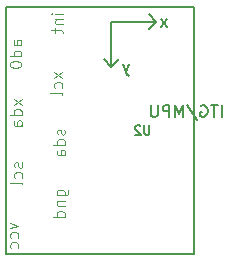
<source format=gbr>
%TF.GenerationSoftware,KiCad,Pcbnew,9.0.6*%
%TF.CreationDate,2025-11-30T21:08:30+05:30*%
%TF.ProjectId,Mini_Drone,4d696e69-5f44-4726-9f6e-652e6b696361,rev?*%
%TF.SameCoordinates,Original*%
%TF.FileFunction,Legend,Bot*%
%TF.FilePolarity,Positive*%
%FSLAX46Y46*%
G04 Gerber Fmt 4.6, Leading zero omitted, Abs format (unit mm)*
G04 Created by KiCad (PCBNEW 9.0.6) date 2025-11-30 21:08:30*
%MOMM*%
%LPD*%
G01*
G04 APERTURE LIST*
%ADD10C,0.100000*%
%ADD11C,0.150000*%
%ADD12C,0.127000*%
G04 APERTURE END LIST*
D10*
X200812419Y-77568646D02*
X200145752Y-78092455D01*
X200145752Y-77568646D02*
X200812419Y-78092455D01*
X200764800Y-78901979D02*
X200812419Y-78806741D01*
X200812419Y-78806741D02*
X200812419Y-78616265D01*
X200812419Y-78616265D02*
X200764800Y-78521027D01*
X200764800Y-78521027D02*
X200717180Y-78473408D01*
X200717180Y-78473408D02*
X200621942Y-78425789D01*
X200621942Y-78425789D02*
X200336228Y-78425789D01*
X200336228Y-78425789D02*
X200240990Y-78473408D01*
X200240990Y-78473408D02*
X200193371Y-78521027D01*
X200193371Y-78521027D02*
X200145752Y-78616265D01*
X200145752Y-78616265D02*
X200145752Y-78806741D01*
X200145752Y-78806741D02*
X200193371Y-78901979D01*
X200812419Y-79473408D02*
X200764800Y-79378170D01*
X200764800Y-79378170D02*
X200669561Y-79330551D01*
X200669561Y-79330551D02*
X199812419Y-79330551D01*
X197352419Y-75322455D02*
X196828609Y-75322455D01*
X196828609Y-75322455D02*
X196733371Y-75274836D01*
X196733371Y-75274836D02*
X196685752Y-75179598D01*
X196685752Y-75179598D02*
X196685752Y-74989122D01*
X196685752Y-74989122D02*
X196733371Y-74893884D01*
X197304800Y-75322455D02*
X197352419Y-75227217D01*
X197352419Y-75227217D02*
X197352419Y-74989122D01*
X197352419Y-74989122D02*
X197304800Y-74893884D01*
X197304800Y-74893884D02*
X197209561Y-74846265D01*
X197209561Y-74846265D02*
X197114323Y-74846265D01*
X197114323Y-74846265D02*
X197019085Y-74893884D01*
X197019085Y-74893884D02*
X196971466Y-74989122D01*
X196971466Y-74989122D02*
X196971466Y-75227217D01*
X196971466Y-75227217D02*
X196923847Y-75322455D01*
X197352419Y-76227217D02*
X196352419Y-76227217D01*
X197304800Y-76227217D02*
X197352419Y-76131979D01*
X197352419Y-76131979D02*
X197352419Y-75941503D01*
X197352419Y-75941503D02*
X197304800Y-75846265D01*
X197304800Y-75846265D02*
X197257180Y-75798646D01*
X197257180Y-75798646D02*
X197161942Y-75751027D01*
X197161942Y-75751027D02*
X196876228Y-75751027D01*
X196876228Y-75751027D02*
X196780990Y-75798646D01*
X196780990Y-75798646D02*
X196733371Y-75846265D01*
X196733371Y-75846265D02*
X196685752Y-75941503D01*
X196685752Y-75941503D02*
X196685752Y-76131979D01*
X196685752Y-76131979D02*
X196733371Y-76227217D01*
X196352419Y-76893884D02*
X196352419Y-76989122D01*
X196352419Y-76989122D02*
X196400038Y-77084360D01*
X196400038Y-77084360D02*
X196447657Y-77131979D01*
X196447657Y-77131979D02*
X196542895Y-77179598D01*
X196542895Y-77179598D02*
X196733371Y-77227217D01*
X196733371Y-77227217D02*
X196971466Y-77227217D01*
X196971466Y-77227217D02*
X197161942Y-77179598D01*
X197161942Y-77179598D02*
X197257180Y-77131979D01*
X197257180Y-77131979D02*
X197304800Y-77084360D01*
X197304800Y-77084360D02*
X197352419Y-76989122D01*
X197352419Y-76989122D02*
X197352419Y-76893884D01*
X197352419Y-76893884D02*
X197304800Y-76798646D01*
X197304800Y-76798646D02*
X197257180Y-76751027D01*
X197257180Y-76751027D02*
X197161942Y-76703408D01*
X197161942Y-76703408D02*
X196971466Y-76655789D01*
X196971466Y-76655789D02*
X196733371Y-76655789D01*
X196733371Y-76655789D02*
X196542895Y-76703408D01*
X196542895Y-76703408D02*
X196447657Y-76751027D01*
X196447657Y-76751027D02*
X196400038Y-76798646D01*
X196400038Y-76798646D02*
X196352419Y-76893884D01*
X200862419Y-72633884D02*
X200195752Y-72633884D01*
X199862419Y-72633884D02*
X199910038Y-72586265D01*
X199910038Y-72586265D02*
X199957657Y-72633884D01*
X199957657Y-72633884D02*
X199910038Y-72681503D01*
X199910038Y-72681503D02*
X199862419Y-72633884D01*
X199862419Y-72633884D02*
X199957657Y-72633884D01*
X200195752Y-73110074D02*
X200862419Y-73110074D01*
X200290990Y-73110074D02*
X200243371Y-73157693D01*
X200243371Y-73157693D02*
X200195752Y-73252931D01*
X200195752Y-73252931D02*
X200195752Y-73395788D01*
X200195752Y-73395788D02*
X200243371Y-73491026D01*
X200243371Y-73491026D02*
X200338609Y-73538645D01*
X200338609Y-73538645D02*
X200862419Y-73538645D01*
X200195752Y-73871979D02*
X200195752Y-74252931D01*
X199862419Y-74014836D02*
X200719561Y-74014836D01*
X200719561Y-74014836D02*
X200814800Y-74062455D01*
X200814800Y-74062455D02*
X200862419Y-74157693D01*
X200862419Y-74157693D02*
X200862419Y-74252931D01*
X200994856Y-82436265D02*
X201042475Y-82531503D01*
X201042475Y-82531503D02*
X201042475Y-82721979D01*
X201042475Y-82721979D02*
X200994856Y-82817217D01*
X200994856Y-82817217D02*
X200899617Y-82864836D01*
X200899617Y-82864836D02*
X200851998Y-82864836D01*
X200851998Y-82864836D02*
X200756760Y-82817217D01*
X200756760Y-82817217D02*
X200709141Y-82721979D01*
X200709141Y-82721979D02*
X200709141Y-82579122D01*
X200709141Y-82579122D02*
X200661522Y-82483884D01*
X200661522Y-82483884D02*
X200566284Y-82436265D01*
X200566284Y-82436265D02*
X200518665Y-82436265D01*
X200518665Y-82436265D02*
X200423427Y-82483884D01*
X200423427Y-82483884D02*
X200375808Y-82579122D01*
X200375808Y-82579122D02*
X200375808Y-82721979D01*
X200375808Y-82721979D02*
X200423427Y-82817217D01*
X201042475Y-83721979D02*
X200042475Y-83721979D01*
X200994856Y-83721979D02*
X201042475Y-83626741D01*
X201042475Y-83626741D02*
X201042475Y-83436265D01*
X201042475Y-83436265D02*
X200994856Y-83341027D01*
X200994856Y-83341027D02*
X200947236Y-83293408D01*
X200947236Y-83293408D02*
X200851998Y-83245789D01*
X200851998Y-83245789D02*
X200566284Y-83245789D01*
X200566284Y-83245789D02*
X200471046Y-83293408D01*
X200471046Y-83293408D02*
X200423427Y-83341027D01*
X200423427Y-83341027D02*
X200375808Y-83436265D01*
X200375808Y-83436265D02*
X200375808Y-83626741D01*
X200375808Y-83626741D02*
X200423427Y-83721979D01*
X201042475Y-84626741D02*
X200518665Y-84626741D01*
X200518665Y-84626741D02*
X200423427Y-84579122D01*
X200423427Y-84579122D02*
X200375808Y-84483884D01*
X200375808Y-84483884D02*
X200375808Y-84293408D01*
X200375808Y-84293408D02*
X200423427Y-84198170D01*
X200994856Y-84626741D02*
X201042475Y-84531503D01*
X201042475Y-84531503D02*
X201042475Y-84293408D01*
X201042475Y-84293408D02*
X200994856Y-84198170D01*
X200994856Y-84198170D02*
X200899617Y-84150551D01*
X200899617Y-84150551D02*
X200804379Y-84150551D01*
X200804379Y-84150551D02*
X200709141Y-84198170D01*
X200709141Y-84198170D02*
X200661522Y-84293408D01*
X200661522Y-84293408D02*
X200661522Y-84531503D01*
X200661522Y-84531503D02*
X200613903Y-84626741D01*
X197374800Y-85226265D02*
X197422419Y-85321503D01*
X197422419Y-85321503D02*
X197422419Y-85511979D01*
X197422419Y-85511979D02*
X197374800Y-85607217D01*
X197374800Y-85607217D02*
X197279561Y-85654836D01*
X197279561Y-85654836D02*
X197231942Y-85654836D01*
X197231942Y-85654836D02*
X197136704Y-85607217D01*
X197136704Y-85607217D02*
X197089085Y-85511979D01*
X197089085Y-85511979D02*
X197089085Y-85369122D01*
X197089085Y-85369122D02*
X197041466Y-85273884D01*
X197041466Y-85273884D02*
X196946228Y-85226265D01*
X196946228Y-85226265D02*
X196898609Y-85226265D01*
X196898609Y-85226265D02*
X196803371Y-85273884D01*
X196803371Y-85273884D02*
X196755752Y-85369122D01*
X196755752Y-85369122D02*
X196755752Y-85511979D01*
X196755752Y-85511979D02*
X196803371Y-85607217D01*
X197374800Y-86511979D02*
X197422419Y-86416741D01*
X197422419Y-86416741D02*
X197422419Y-86226265D01*
X197422419Y-86226265D02*
X197374800Y-86131027D01*
X197374800Y-86131027D02*
X197327180Y-86083408D01*
X197327180Y-86083408D02*
X197231942Y-86035789D01*
X197231942Y-86035789D02*
X196946228Y-86035789D01*
X196946228Y-86035789D02*
X196850990Y-86083408D01*
X196850990Y-86083408D02*
X196803371Y-86131027D01*
X196803371Y-86131027D02*
X196755752Y-86226265D01*
X196755752Y-86226265D02*
X196755752Y-86416741D01*
X196755752Y-86416741D02*
X196803371Y-86511979D01*
X197422419Y-87083408D02*
X197374800Y-86988170D01*
X197374800Y-86988170D02*
X197279561Y-86940551D01*
X197279561Y-86940551D02*
X196422419Y-86940551D01*
X197372419Y-79868646D02*
X196705752Y-80392455D01*
X196705752Y-79868646D02*
X197372419Y-80392455D01*
X197372419Y-81201979D02*
X196372419Y-81201979D01*
X197324800Y-81201979D02*
X197372419Y-81106741D01*
X197372419Y-81106741D02*
X197372419Y-80916265D01*
X197372419Y-80916265D02*
X197324800Y-80821027D01*
X197324800Y-80821027D02*
X197277180Y-80773408D01*
X197277180Y-80773408D02*
X197181942Y-80725789D01*
X197181942Y-80725789D02*
X196896228Y-80725789D01*
X196896228Y-80725789D02*
X196800990Y-80773408D01*
X196800990Y-80773408D02*
X196753371Y-80821027D01*
X196753371Y-80821027D02*
X196705752Y-80916265D01*
X196705752Y-80916265D02*
X196705752Y-81106741D01*
X196705752Y-81106741D02*
X196753371Y-81201979D01*
X197372419Y-82106741D02*
X196848609Y-82106741D01*
X196848609Y-82106741D02*
X196753371Y-82059122D01*
X196753371Y-82059122D02*
X196705752Y-81963884D01*
X196705752Y-81963884D02*
X196705752Y-81773408D01*
X196705752Y-81773408D02*
X196753371Y-81678170D01*
X197324800Y-82106741D02*
X197372419Y-82011503D01*
X197372419Y-82011503D02*
X197372419Y-81773408D01*
X197372419Y-81773408D02*
X197324800Y-81678170D01*
X197324800Y-81678170D02*
X197229561Y-81630551D01*
X197229561Y-81630551D02*
X197134323Y-81630551D01*
X197134323Y-81630551D02*
X197039085Y-81678170D01*
X197039085Y-81678170D02*
X196991466Y-81773408D01*
X196991466Y-81773408D02*
X196991466Y-82011503D01*
X196991466Y-82011503D02*
X196943847Y-82106741D01*
X196405752Y-90328646D02*
X197072419Y-90566741D01*
X197072419Y-90566741D02*
X196405752Y-90804836D01*
X197024800Y-91614360D02*
X197072419Y-91519122D01*
X197072419Y-91519122D02*
X197072419Y-91328646D01*
X197072419Y-91328646D02*
X197024800Y-91233408D01*
X197024800Y-91233408D02*
X196977180Y-91185789D01*
X196977180Y-91185789D02*
X196881942Y-91138170D01*
X196881942Y-91138170D02*
X196596228Y-91138170D01*
X196596228Y-91138170D02*
X196500990Y-91185789D01*
X196500990Y-91185789D02*
X196453371Y-91233408D01*
X196453371Y-91233408D02*
X196405752Y-91328646D01*
X196405752Y-91328646D02*
X196405752Y-91519122D01*
X196405752Y-91519122D02*
X196453371Y-91614360D01*
X197024800Y-92471503D02*
X197072419Y-92376265D01*
X197072419Y-92376265D02*
X197072419Y-92185789D01*
X197072419Y-92185789D02*
X197024800Y-92090551D01*
X197024800Y-92090551D02*
X196977180Y-92042932D01*
X196977180Y-92042932D02*
X196881942Y-91995313D01*
X196881942Y-91995313D02*
X196596228Y-91995313D01*
X196596228Y-91995313D02*
X196500990Y-92042932D01*
X196500990Y-92042932D02*
X196453371Y-92090551D01*
X196453371Y-92090551D02*
X196405752Y-92185789D01*
X196405752Y-92185789D02*
X196405752Y-92376265D01*
X196405752Y-92376265D02*
X196453371Y-92471503D01*
X200335752Y-88012455D02*
X201145276Y-88012455D01*
X201145276Y-88012455D02*
X201240514Y-87964836D01*
X201240514Y-87964836D02*
X201288133Y-87917217D01*
X201288133Y-87917217D02*
X201335752Y-87821979D01*
X201335752Y-87821979D02*
X201335752Y-87679122D01*
X201335752Y-87679122D02*
X201288133Y-87583884D01*
X200954800Y-88012455D02*
X201002419Y-87917217D01*
X201002419Y-87917217D02*
X201002419Y-87726741D01*
X201002419Y-87726741D02*
X200954800Y-87631503D01*
X200954800Y-87631503D02*
X200907180Y-87583884D01*
X200907180Y-87583884D02*
X200811942Y-87536265D01*
X200811942Y-87536265D02*
X200526228Y-87536265D01*
X200526228Y-87536265D02*
X200430990Y-87583884D01*
X200430990Y-87583884D02*
X200383371Y-87631503D01*
X200383371Y-87631503D02*
X200335752Y-87726741D01*
X200335752Y-87726741D02*
X200335752Y-87917217D01*
X200335752Y-87917217D02*
X200383371Y-88012455D01*
X200335752Y-88488646D02*
X201002419Y-88488646D01*
X200430990Y-88488646D02*
X200383371Y-88536265D01*
X200383371Y-88536265D02*
X200335752Y-88631503D01*
X200335752Y-88631503D02*
X200335752Y-88774360D01*
X200335752Y-88774360D02*
X200383371Y-88869598D01*
X200383371Y-88869598D02*
X200478609Y-88917217D01*
X200478609Y-88917217D02*
X201002419Y-88917217D01*
X201002419Y-89821979D02*
X200002419Y-89821979D01*
X200954800Y-89821979D02*
X201002419Y-89726741D01*
X201002419Y-89726741D02*
X201002419Y-89536265D01*
X201002419Y-89536265D02*
X200954800Y-89441027D01*
X200954800Y-89441027D02*
X200907180Y-89393408D01*
X200907180Y-89393408D02*
X200811942Y-89345789D01*
X200811942Y-89345789D02*
X200526228Y-89345789D01*
X200526228Y-89345789D02*
X200430990Y-89393408D01*
X200430990Y-89393408D02*
X200383371Y-89441027D01*
X200383371Y-89441027D02*
X200335752Y-89536265D01*
X200335752Y-89536265D02*
X200335752Y-89726741D01*
X200335752Y-89726741D02*
X200383371Y-89821979D01*
D11*
X208189925Y-82072295D02*
X208189925Y-82719914D01*
X208189925Y-82719914D02*
X208152430Y-82796104D01*
X208152430Y-82796104D02*
X208114934Y-82834200D01*
X208114934Y-82834200D02*
X208039944Y-82872295D01*
X208039944Y-82872295D02*
X207889962Y-82872295D01*
X207889962Y-82872295D02*
X207814972Y-82834200D01*
X207814972Y-82834200D02*
X207777476Y-82796104D01*
X207777476Y-82796104D02*
X207739981Y-82719914D01*
X207739981Y-82719914D02*
X207739981Y-82072295D01*
X207402523Y-82148485D02*
X207365028Y-82110390D01*
X207365028Y-82110390D02*
X207290037Y-82072295D01*
X207290037Y-82072295D02*
X207102561Y-82072295D01*
X207102561Y-82072295D02*
X207027570Y-82110390D01*
X207027570Y-82110390D02*
X206990075Y-82148485D01*
X206990075Y-82148485D02*
X206952579Y-82224676D01*
X206952579Y-82224676D02*
X206952579Y-82300866D01*
X206952579Y-82300866D02*
X206990075Y-82415152D01*
X206990075Y-82415152D02*
X207440019Y-82872295D01*
X207440019Y-82872295D02*
X206952579Y-82872295D01*
X209659404Y-73747319D02*
X209135595Y-73080652D01*
X209659404Y-73080652D02*
X209135595Y-73747319D01*
X206460594Y-76890652D02*
X206222499Y-77557319D01*
X205984404Y-76890652D02*
X206222499Y-77557319D01*
X206222499Y-77557319D02*
X206317737Y-77795414D01*
X206317737Y-77795414D02*
X206365356Y-77843033D01*
X206365356Y-77843033D02*
X206460594Y-77890652D01*
X214302499Y-81367319D02*
X214302499Y-80367319D01*
X213969166Y-80367319D02*
X213397738Y-80367319D01*
X213683452Y-81367319D02*
X213683452Y-80367319D01*
X212540595Y-80414938D02*
X212635833Y-80367319D01*
X212635833Y-80367319D02*
X212778690Y-80367319D01*
X212778690Y-80367319D02*
X212921547Y-80414938D01*
X212921547Y-80414938D02*
X213016785Y-80510176D01*
X213016785Y-80510176D02*
X213064404Y-80605414D01*
X213064404Y-80605414D02*
X213112023Y-80795890D01*
X213112023Y-80795890D02*
X213112023Y-80938747D01*
X213112023Y-80938747D02*
X213064404Y-81129223D01*
X213064404Y-81129223D02*
X213016785Y-81224461D01*
X213016785Y-81224461D02*
X212921547Y-81319700D01*
X212921547Y-81319700D02*
X212778690Y-81367319D01*
X212778690Y-81367319D02*
X212683452Y-81367319D01*
X212683452Y-81367319D02*
X212540595Y-81319700D01*
X212540595Y-81319700D02*
X212492976Y-81272080D01*
X212492976Y-81272080D02*
X212492976Y-80938747D01*
X212492976Y-80938747D02*
X212683452Y-80938747D01*
X211350119Y-80319700D02*
X212207261Y-81605414D01*
X211016785Y-81367319D02*
X211016785Y-80367319D01*
X211016785Y-80367319D02*
X210683452Y-81081604D01*
X210683452Y-81081604D02*
X210350119Y-80367319D01*
X210350119Y-80367319D02*
X210350119Y-81367319D01*
X209873928Y-81367319D02*
X209873928Y-80367319D01*
X209873928Y-80367319D02*
X209492976Y-80367319D01*
X209492976Y-80367319D02*
X209397738Y-80414938D01*
X209397738Y-80414938D02*
X209350119Y-80462557D01*
X209350119Y-80462557D02*
X209302500Y-80557795D01*
X209302500Y-80557795D02*
X209302500Y-80700652D01*
X209302500Y-80700652D02*
X209350119Y-80795890D01*
X209350119Y-80795890D02*
X209397738Y-80843509D01*
X209397738Y-80843509D02*
X209492976Y-80891128D01*
X209492976Y-80891128D02*
X209873928Y-80891128D01*
X208873928Y-80367319D02*
X208873928Y-81176842D01*
X208873928Y-81176842D02*
X208826309Y-81272080D01*
X208826309Y-81272080D02*
X208778690Y-81319700D01*
X208778690Y-81319700D02*
X208683452Y-81367319D01*
X208683452Y-81367319D02*
X208492976Y-81367319D01*
X208492976Y-81367319D02*
X208397738Y-81319700D01*
X208397738Y-81319700D02*
X208350119Y-81272080D01*
X208350119Y-81272080D02*
X208302500Y-81176842D01*
X208302500Y-81176842D02*
X208302500Y-80367319D01*
D12*
%TO.C,U2*%
X196062500Y-72022500D02*
X196062500Y-92977500D01*
X196062500Y-92977500D02*
X211937500Y-92977500D01*
X204952500Y-73292500D02*
X204952500Y-77102500D01*
X204952500Y-73292500D02*
X208762500Y-73292500D01*
X204952500Y-77102500D02*
X204317500Y-76467500D01*
X204952500Y-77102500D02*
X205587500Y-76467500D01*
X208762500Y-73292500D02*
X208127500Y-72657500D01*
X208762500Y-73292500D02*
X208127500Y-73927500D01*
X211937500Y-72022500D02*
X196062500Y-72022500D01*
X211937500Y-92977500D02*
X211937500Y-72022500D01*
%TD*%
M02*

</source>
